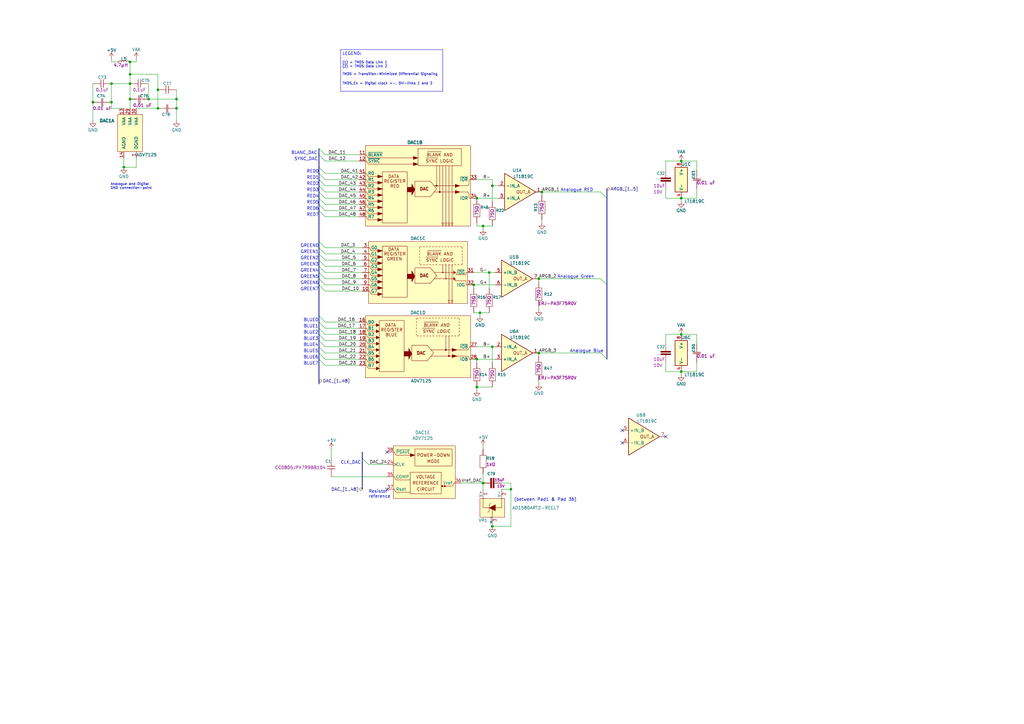
<source format=kicad_sch>
(kicad_sch (version 20230121) (generator eeschema)
  (paper "A3")
  (title_block (title "Open SVGA") (rev "0.14") (comment 1 "Copyright DoomN00b"))
  (junction (at 60.96 40.64))
  (junction (at 279.4 152.4))
  (junction (at 279.4 66.04))
  (junction (at 53.34 25.4))
  (junction (at 53.34 40.64))
  (junction (at 200.66 111.76))
  (junction (at 53.34 34.29))
  (junction (at 194.31 116.84))
  (junction (at 72.39 44.45))
  (junction (at 201.93 76.2))
  (junction (at 196.85 128.27))
  (junction (at 45.72 34.29))
  (junction (at 209.55 200.66))
  (junction (at 195.58 81.28))
  (junction (at 201.93 215.9))
  (junction (at 198.12 198.12))
  (junction (at 64.77 44.45))
  (junction (at 64.77 36.83))
  (junction (at 279.4 81.28))
  (junction (at 201.93 142.24))
  (junction (at 50.8 68.58))
  (junction (at 279.4 137.16))
  (junction (at 195.58 147.32))
  (junction (at 53.34 30.48))
  (junction (at 198.12 92.71))
  (junction (at 220.98 144.78))
  (junction (at 45.72 41.91))
  (junction (at 222.25 78.74))
  (junction (at 72.39 40.64))
  (junction (at 38.1 41.91))
  (junction (at 220.98 114.3))
  (junction (at 195.58 158.75))
  (no_connect (at 158.75 185.42))
  (no_connect (at 158.75 200.66))
  (no_connect (at 255.27 176.53))
  (no_connect (at 273.05 179.07))
  (no_connect (at 255.27 181.61))
  (bus_entry (at 133.35 132.08) (size -2.54 -2.54))
  (bus_entry (at 133.35 83.82) (size -2.54 -2.54))
  (bus_entry (at 246.38 144.78) (size 2.54 2.54))
  (bus_entry (at 133.35 111.76) (size -2.54 -2.54))
  (bus_entry (at 133.35 116.84) (size -2.54 -2.54))
  (bus_entry (at 133.35 134.62) (size -2.54 -2.54))
  (bus_entry (at 133.35 101.6) (size -2.54 -2.54))
  (bus_entry (at 133.35 104.14) (size -2.54 -2.54))
  (bus_entry (at 148.59 187.96) (size 2.54 2.54))
  (bus_entry (at 133.35 142.24) (size -2.54 -2.54))
  (bus_entry (at 246.38 78.74) (size 2.54 2.54))
  (bus_entry (at 133.35 119.38) (size -2.54 -2.54))
  (bus_entry (at 133.35 81.28) (size -2.54 -2.54))
  (bus_entry (at 133.35 86.36) (size -2.54 -2.54))
  (bus_entry (at 133.35 73.66) (size -2.54 -2.54))
  (bus_entry (at 246.38 114.3) (size 2.54 2.54))
  (bus_entry (at 133.35 144.78) (size -2.54 -2.54))
  (bus_entry (at 133.35 139.7) (size -2.54 -2.54))
  (bus_entry (at 133.35 147.32) (size -2.54 -2.54))
  (bus_entry (at 133.35 106.68) (size -2.54 -2.54))
  (bus_entry (at 133.35 88.9) (size -2.54 -2.54))
  (bus_entry (at 133.35 137.16) (size -2.54 -2.54))
  (bus_entry (at 133.35 114.3) (size -2.54 -2.54))
  (bus_entry (at 133.35 63.5) (size -2.54 -2.54))
  (bus_entry (at 133.35 71.12) (size -2.54 -2.54))
  (bus_entry (at 133.35 76.2) (size -2.54 -2.54))
  (bus_entry (at 133.35 149.86) (size -2.54 -2.54))
  (bus_entry (at 133.35 78.74) (size -2.54 -2.54))
  (bus_entry (at 133.35 109.22) (size -2.54 -2.54))
  (bus_entry (at 133.35 66.04) (size -2.54 -2.54))
  (bus (pts (xy 130.81 111.76) (xy 130.81 114.3)))
  (wire (pts (xy 53.34 30.48) (xy 53.34 34.29)))
  (wire (pts (xy 45.72 41.91) (xy 45.72 44.45)))
  (wire (pts (xy 147.32 73.66) (xy 133.35 73.66)))
  (wire (pts (xy 72.39 44.45) (xy 72.39 49.53)))
  (wire (pts (xy 273.05 152.4) (xy 279.4 152.4)))
  (wire (pts (xy 60.96 40.64) (xy 72.39 40.64)))
  (wire (pts (xy 195.58 73.66) (xy 201.93 73.66)))
  (wire (pts (xy 55.88 24.13) (xy 55.88 25.4)))
  (polyline (pts (xy 139.7 20.32) (xy 181.61 20.32)))
  (wire (pts (xy 147.32 139.7) (xy 133.35 139.7)))
  (wire (pts (xy 133.35 116.84) (xy 148.59 116.84)))
  (wire (pts (xy 133.35 104.14) (xy 148.59 104.14)))
  (wire (pts (xy 195.58 148.59) (xy 195.58 147.32)))
  (wire (pts (xy 45.72 34.29) (xy 53.34 34.29)))
  (wire (pts (xy 147.32 137.16) (xy 133.35 137.16)))
  (wire (pts (xy 220.98 157.48) (xy 220.98 156.21)))
  (wire (pts (xy 45.72 34.29) (xy 45.72 41.91)))
  (wire (pts (xy 50.8 64.77) (xy 50.8 68.58)))
  (wire (pts (xy 285.75 66.04) (xy 279.4 66.04)))
  (wire (pts (xy 72.39 36.83) (xy 72.39 40.64)))
  (bus (pts (xy 130.81 129.54) (xy 130.81 132.08)))
  (bus (pts (xy 130.81 101.6) (xy 130.81 104.14)))
  (wire (pts (xy 273.05 148.59) (xy 273.05 152.4)))
  (wire (pts (xy 273.05 140.97) (xy 273.05 137.16)))
  (wire (pts (xy 195.58 142.24) (xy 201.93 142.24)))
  (polyline (pts (xy 139.7 20.32) (xy 139.7 37.465)))
  (wire (pts (xy 53.34 30.48) (xy 64.77 30.48)))
  (wire (pts (xy 200.66 111.76) (xy 203.2 111.76)))
  (wire (pts (xy 205.74 198.12) (xy 209.55 198.12)))
  (wire (pts (xy 198.12 92.71) (xy 201.93 92.71)))
  (wire (pts (xy 195.58 81.28) (xy 204.47 81.28)))
  (wire (pts (xy 45.72 44.45) (xy 50.8 44.45)))
  (wire (pts (xy 195.58 158.75) (xy 201.93 158.75)))
  (wire (pts (xy 53.34 40.64) (xy 53.34 44.45)))
  (bus (pts (xy 130.81 71.12) (xy 130.81 73.66)))
  (wire (pts (xy 147.32 71.12) (xy 133.35 71.12)))
  (wire (pts (xy 147.32 132.08) (xy 133.35 132.08)))
  (bus (pts (xy 130.81 76.2) (xy 130.81 78.74)))
  (wire (pts (xy 147.32 88.9) (xy 133.35 88.9)))
  (bus (pts (xy 130.81 81.28) (xy 130.81 83.82)))
  (wire (pts (xy 285.75 77.47) (xy 285.75 81.28)))
  (wire (pts (xy 222.25 91.44) (xy 222.25 90.17)))
  (bus (pts (xy 148.59 187.96) (xy 148.59 200.66)))
  (wire (pts (xy 201.93 215.9) (xy 209.55 215.9)))
  (wire (pts (xy 220.98 127) (xy 220.98 125.73)))
  (wire (pts (xy 147.32 147.32) (xy 133.35 147.32)))
  (wire (pts (xy 133.35 66.04) (xy 147.32 66.04)))
  (bus (pts (xy 130.81 114.3) (xy 130.81 116.84)))
  (wire (pts (xy 285.75 81.28) (xy 279.4 81.28)))
  (wire (pts (xy 209.55 200.66) (xy 205.74 200.66)))
  (wire (pts (xy 273.05 77.47) (xy 273.05 81.28)))
  (wire (pts (xy 285.75 137.16) (xy 279.4 137.16)))
  (wire (pts (xy 53.34 34.29) (xy 53.34 40.64)))
  (wire (pts (xy 279.4 153.67) (xy 279.4 152.4)))
  (wire (pts (xy 133.35 119.38) (xy 148.59 119.38)))
  (bus (pts (xy 130.81 147.32) (xy 130.81 157.48)))
  (wire (pts (xy 196.85 129.54) (xy 196.85 128.27)))
  (wire (pts (xy 147.32 134.62) (xy 133.35 134.62)))
  (wire (pts (xy 53.34 25.4) (xy 53.34 30.48)))
  (bus (pts (xy 130.81 106.68) (xy 130.81 109.22)))
  (wire (pts (xy 147.32 81.28) (xy 133.35 81.28)))
  (wire (pts (xy 60.96 34.29) (xy 60.96 40.64)))
  (wire (pts (xy 195.58 91.44) (xy 195.58 92.71)))
  (wire (pts (xy 198.12 194.31) (xy 198.12 198.12)))
  (bus (pts (xy 130.81 142.24) (xy 130.81 144.78)))
  (bus (pts (xy 130.81 137.16) (xy 130.81 139.7)))
  (wire (pts (xy 246.38 78.74) (xy 222.25 78.74)))
  (wire (pts (xy 195.58 147.32) (xy 203.2 147.32)))
  (wire (pts (xy 285.75 152.4) (xy 279.4 152.4)))
  (wire (pts (xy 201.93 142.24) (xy 203.2 142.24)))
  (wire (pts (xy 195.58 160.02) (xy 195.58 158.75)))
  (wire (pts (xy 194.31 118.11) (xy 194.31 116.84)))
  (wire (pts (xy 198.12 93.98) (xy 198.12 92.71)))
  (wire (pts (xy 147.32 149.86) (xy 133.35 149.86)))
  (wire (pts (xy 209.55 215.9) (xy 209.55 200.66)))
  (wire (pts (xy 198.12 182.88) (xy 198.12 184.15)))
  (wire (pts (xy 133.35 111.76) (xy 148.59 111.76)))
  (wire (pts (xy 189.23 198.12) (xy 198.12 198.12)))
  (bus (pts (xy 130.81 73.66) (xy 130.81 76.2)))
  (wire (pts (xy 135.89 187.96) (xy 135.89 184.15)))
  (wire (pts (xy 151.13 190.5) (xy 158.75 190.5)))
  (wire (pts (xy 209.55 200.66) (xy 209.55 198.12)))
  (bus (pts (xy 130.81 78.74) (xy 130.81 81.28)))
  (wire (pts (xy 133.35 63.5) (xy 147.32 63.5)))
  (wire (pts (xy 147.32 86.36) (xy 133.35 86.36)))
  (wire (pts (xy 220.98 146.05) (xy 220.98 144.78)))
  (bus (pts (xy 130.81 86.36) (xy 130.81 99.06)))
  (wire (pts (xy 45.72 24.13) (xy 45.72 25.4)))
  (wire (pts (xy 135.89 195.58) (xy 158.75 195.58)))
  (wire (pts (xy 198.12 92.71) (xy 195.58 92.71)))
  (wire (pts (xy 273.05 69.85) (xy 273.05 66.04)))
  (wire (pts (xy 285.75 148.59) (xy 285.75 152.4)))
  (bus (pts (xy 130.81 116.84) (xy 130.81 129.54)))
  (wire (pts (xy 285.75 69.85) (xy 285.75 66.04)))
  (wire (pts (xy 64.77 30.48) (xy 64.77 36.83)))
  (wire (pts (xy 273.05 66.04) (xy 279.4 66.04)))
  (wire (pts (xy 273.05 137.16) (xy 279.4 137.16)))
  (bus (pts (xy 130.81 99.06) (xy 130.81 101.6)))
  (wire (pts (xy 220.98 115.57) (xy 220.98 114.3)))
  (wire (pts (xy 147.32 142.24) (xy 133.35 142.24)))
  (bus (pts (xy 130.81 60.96) (xy 130.81 63.5)))
  (wire (pts (xy 201.93 215.9) (xy 201.93 214.63)))
  (wire (pts (xy 147.32 83.82) (xy 133.35 83.82)))
  (bus (pts (xy 148.59 185.42) (xy 148.59 187.96)))
  (wire (pts (xy 55.88 44.45) (xy 64.77 44.45)))
  (bus (pts (xy 130.81 104.14) (xy 130.81 106.68)))
  (bus (pts (xy 130.81 144.78) (xy 130.81 147.32)))
  (wire (pts (xy 220.98 114.3) (xy 246.38 114.3)))
  (wire (pts (xy 201.93 76.2) (xy 204.47 76.2)))
  (wire (pts (xy 200.66 111.76) (xy 200.66 118.11)))
  (wire (pts (xy 64.77 36.83) (xy 64.77 44.45)))
  (polyline (pts (xy 139.7 37.465) (xy 181.61 37.465)))
  (wire (pts (xy 194.31 116.84) (xy 203.2 116.84)))
  (wire (pts (xy 285.75 140.97) (xy 285.75 137.16)))
  (wire (pts (xy 45.72 25.4) (xy 48.26 25.4)))
  (wire (pts (xy 198.12 200.66) (xy 198.12 198.12)))
  (wire (pts (xy 133.35 106.68) (xy 148.59 106.68)))
  (bus (pts (xy 130.81 63.5) (xy 130.81 68.58)))
  (wire (pts (xy 72.39 40.64) (xy 72.39 44.45)))
  (bus (pts (xy 130.81 68.58) (xy 130.81 71.12)))
  (wire (pts (xy 201.93 76.2) (xy 201.93 82.55)))
  (wire (pts (xy 147.32 78.74) (xy 133.35 78.74)))
  (polyline (pts (xy 181.61 20.32) (xy 181.61 37.465)))
  (bus (pts (xy 248.92 116.84) (xy 248.92 147.32)))
  (wire (pts (xy 196.85 128.27) (xy 200.66 128.27)))
  (bus (pts (xy 130.81 139.7) (xy 130.81 142.24)))
  (wire (pts (xy 201.93 142.24) (xy 201.93 148.59)))
  (wire (pts (xy 194.31 111.76) (xy 200.66 111.76)))
  (wire (pts (xy 201.93 73.66) (xy 201.93 76.2)))
  (wire (pts (xy 196.85 128.27) (xy 194.31 128.27)))
  (bus (pts (xy 248.92 77.47) (xy 248.92 81.28)))
  (wire (pts (xy 220.98 144.78) (xy 246.38 144.78)))
  (bus (pts (xy 130.81 83.82) (xy 130.81 86.36)))
  (wire (pts (xy 279.4 82.55) (xy 279.4 81.28)))
  (bus (pts (xy 130.81 109.22) (xy 130.81 111.76)))
  (bus (pts (xy 130.81 134.62) (xy 130.81 137.16)))
  (wire (pts (xy 38.1 34.29) (xy 38.1 41.91)))
  (wire (pts (xy 222.25 80.01) (xy 222.25 78.74)))
  (bus (pts (xy 248.92 81.28) (xy 248.92 116.84)))
  (bus (pts (xy 130.81 132.08) (xy 130.81 134.62)))
  (wire (pts (xy 133.35 114.3) (xy 148.59 114.3)))
  (wire (pts (xy 50.8 68.58) (xy 55.88 68.58)))
  (wire (pts (xy 273.05 81.28) (xy 279.4 81.28)))
  (wire (pts (xy 147.32 76.2) (xy 133.35 76.2)))
  (wire (pts (xy 53.34 25.4) (xy 55.88 25.4)))
  (wire (pts (xy 55.88 64.77) (xy 55.88 68.58)))
  (wire (pts (xy 133.35 109.22) (xy 148.59 109.22)))
  (wire (pts (xy 38.1 41.91) (xy 38.1 49.53)))
  (wire (pts (xy 133.35 101.6) (xy 148.59 101.6)))
  (wire (pts (xy 147.32 144.78) (xy 133.35 144.78)))
  (text "RED7" (at 125.73 88.9 0) (effects (font (size 1.27 1.27)) (justify left bottom)))
  (text "RED3" (at 125.73 78.74 0) (effects (font (size 1.27 1.27)) (justify left bottom)))
  (text "GREEN7" (at 123.19 119.38 0) (effects (font (size 1.27 1.27)) (justify left bottom)))
  (text "(between Pad1 & Pad 36)" (at 210.82 205.74 0) (effects (font (size 1.27 1.27)) (justify left bottom)))
  (text "GREEN5" (at 123.19 114.3 0) (effects (font (size 1.27 1.27)) (justify left bottom)))
  (text "BLUE1" (at 124.46 134.62 0) (effects (font (size 1.27 1.27)) (justify left bottom)))
  (text "BLUE3" (at 124.46 139.7 0) (effects (font (size 1.27 1.27)) (justify left bottom)))
  (text "Resistor\nreference" (at 151.13 204.47 0) (effects (font (size 1.27 1.27)) (justify left bottom)))
  (text "BLUE6" (at 124.46 147.32 0) (effects (font (size 1.27 1.27)) (justify left bottom)))
  (text "BLUE7" (at 124.46 149.86 0) (effects (font (size 1.27 1.27)) (justify left bottom)))
  (text "Analogue and Digital \nGND connection-point" (at 45.3136 77.8002 0) (effects (font (size 0.9906 0.9906)) (justify left bottom)))
  (text "Analogue RED" (at 229.87 78.74 0) (effects (font (size 1.27 1.27)) (justify left bottom)))
  (text "BLUE4" (at 124.46 142.24 0) (effects (font (size 1.27 1.27)) (justify left bottom)))
  (text "GREEN4" (at 123.19 111.76 0) (effects (font (size 1.27 1.27)) (justify left bottom)))
  (text "BLUE2" (at 124.46 137.16 0) (effects (font (size 1.27 1.27)) (justify left bottom)))
  (text "BLUE5" (at 124.46 144.78 0) (effects (font (size 1.27 1.27)) (justify left bottom)))
  (text "BLANC_DAC" (at 119.38 63.5 0) (effects (font (size 1.27 1.27)) (justify left bottom)))
  (text "Analogue Blue" (at 233.68 144.78 0) (effects (font (size 1.27 1.27)) (justify left bottom)))
  (text "CLK_DAC" (at 139.7 190.5 0) (effects (font (size 1.27 1.27)) (justify left bottom)))
  (text "GREEN3\n" (at 123.19 109.22 0) (effects (font (size 1.27 1.27)) (justify left bottom)))
  (text "GREEN2" (at 123.19 106.68 0) (effects (font (size 1.27 1.27)) (justify left bottom)))
  (text "RED5" (at 125.73 83.82 0) (effects (font (size 1.27 1.27)) (justify left bottom)))
  (text "RED4" (at 125.73 81.28 0) (effects (font (size 1.27 1.27)) (justify left bottom)))
  (text "GREEN0" (at 123.19 101.6 0) (effects (font (size 1.27 1.27)) (justify left bottom)))
  (text "Analogue Green" (at 228.6 114.3 0) (effects (font (size 1.27 1.27)) (justify left bottom)))
  (text "GREEN1" (at 123.19 104.14 0) (effects (font (size 1.27 1.27)) (justify left bottom)))
  (text "RED6" (at 125.73 86.36 0) (effects (font (size 1.27 1.27)) (justify left bottom)))
  (text "GREEN6" (at 123.19 116.84 0) (effects (font (size 1.27 1.27)) (justify left bottom)))
  (text "(1) = TMDS Data Link 1\n(2) = TMDS Data Link 2\n\nTMDS = Transition-Minimized Differential Signaling\n" (at 140.335 31.115 0) (effects (font (size 0.9906 0.9906)) (justify left bottom)))
  (text "SYNC_DAC" (at 120.65 66.04 0) (effects (font (size 1.27 1.27)) (justify left bottom)))
  (text "RED0" (at 125.73 71.12 0) (effects (font (size 1.27 1.27)) (justify left bottom)))
  (text "RED1" (at 125.73 73.66 0) (effects (font (size 1.27 1.27)) (justify left bottom)))
  (text "LEGEND:" (at 140.335 22.86 0) (effects (font (size 1.27 1.27)) (justify left bottom)))
  (text "TMDS_Ck = Digital clock +-, DVI-links 1 and 2" (at 140.335 34.925 0) (effects (font (size 0.9906 0.9906)) (justify left bottom)))
  (text "RED2" (at 125.73 76.2 0) (effects (font (size 1.27 1.27)) (justify left bottom)))
  (text "BLUE0" (at 124.46 132.08 0) (effects (font (size 1.27 1.27)) (justify left bottom)))
  (label "DAC_7" (at 146.05 111.76 180))
  (label "DAC_18" (at 146.05 137.16 180))
  (label "DAC_10" (at 147.32 119.38 180))
  (label "R+" (at 198.12 81.28 0))
  (label "DAC_4" (at 139.7 104.14 0))
  (label "DAC_12" (at 134.62 66.04 0))
  (label "DAC_9" (at 146.05 116.84 180))
  (label "DAC_5" (at 146.05 106.68 180))
  (label "DAC_23" (at 146.05 149.86 180))
  (label "DAC_16" (at 138.43 132.08 0))
  (label "DAC_3" (at 139.7 101.6 0))
  (label "DAC_41" (at 139.7 71.12 0))
  (label "Vref_DAC" (at 189.23 198.12 0))
  (label "DAC_8" (at 146.05 114.3 180))
  (label "DAC_43" (at 146.05 76.2 180))
  (label "DAC_19" (at 146.05 139.7 180))
  (label "B+" (at 198.12 147.32 0))
  (label "R-" (at 198.12 73.66 0))
  (label "DAC_17" (at 138.43 134.62 0))
  (label "DAC_22" (at 146.05 147.32 180))
  (label "G+" (at 196.85 116.84 0))
  (label "ARGB_2" (at 220.98 114.3 0))
  (label "DAC_6" (at 146.05 109.22 180))
  (label "DAC_45" (at 146.05 81.28 180))
  (label "DAC_24" (at 158.75 190.5 180))
  (label "G-" (at 196.85 111.76 0))
  (label "ARGB_3" (at 220.98 144.78 0))
  (label "DAC_20" (at 146.05 142.24 180))
  (label "DAC_48" (at 146.05 88.9 180))
  (label "DAC_21" (at 146.05 144.78 180))
  (label "DAC_11" (at 134.62 63.5 0))
  (label "ARGB_1" (at 222.25 78.74 0))
  (label "B-" (at 198.12 142.24 0))
  (label "DAC_47" (at 146.05 86.36 180))
  (label "DAC_46" (at 146.05 83.82 180))
  (label "DAC_42" (at 139.7 73.66 0))
  (label "DAC_44" (at 146.05 78.74 180))
  (hierarchical_label "DAC_[1..48]" (shape bidirectional) (at 130.81 156.21 0))
  (hierarchical_label "ARGB_[1..5]" (shape bidirectional) (at 248.92 77.47 0))
  (hierarchical_label "DAC_[1..48]" (shape bidirectional) (at 148.59 200.66 180))
  (symbol (lib_id "LRJ-parts:ADV7125") (at 53.34 54.61 0) (unit 1)
    (property "Reference" "DAC1" (at 40.64 49.53 0) (effects (font bold) (justify left)))
    (property "Value" "ADV7125" (at 55.88 63.5 0) (effects (justify left)))
    (property "Footprint" "Package_QFP:LQFP-48_7x7mm_P0.5mm" (effects hide))
    (property "Datasheet" "https://www.analog.com/media/en/technical-documentation/data-sheets/ADV7125.pdf" (effects hide))
    (property "Manufacturer" "Analog Devices Inc." (effects hide))
    (property "MPN" "ADV7125KSTZ50" (effects hide))
    (property "Operating Temperature" "-40°C ~ 85°C" (effects hide))
    (property "Description" "8 Bit DAC, 3-ch, 48-LQFP" (effects hide))
    (property "Voltage rating" "7V" (effects hide))
    (property "Current rating" "0.072A" (effects hide))
  )
  (symbol (lib_id "LRJ-parts:ADV7125") (at 173.99 193.04 0) (unit 5)
    (property "Reference" "DAC1" (at 173.355 177.419 0))
    (property "Value" "ADV7125" (at 173.355 179.7304 0))
    (property "Footprint" "Package_QFP:LQFP-48_7x7mm_P0.5mm" (effects hide))
    (property "Datasheet" "https://www.analog.com/media/en/technical-documentation/data-sheets/ADV7125.pdf" (effects hide))
    (property "Manufacturer" "Analog Devices Inc." (effects hide))
    (property "MPN" "ADV7125KSTZ50" (effects hide))
    (property "Operating Temperature" "-40°C ~ 85°C" (effects hide))
    (property "Description" "8 Bit DAC, 3-ch, 48-LQFP" (effects hide))
    (property "Voltage rating" "7V" (effects hide))
    (property "Current rating" "0.072A" (effects hide))
  )
  (symbol (lib_id "LRJ-parts:ADV7125") (at 170.18 76.2 0) (unit 2)
    (property "Reference" "DAC1" (at 170.18 58.42 0) (effects (font bold)))
    (property "Value" "ADV7125" (effects hide))
    (property "Footprint" "Package_QFP:LQFP-48_7x7mm_P0.5mm" (effects hide))
    (property "Datasheet" "https://www.analog.com/media/en/technical-documentation/data-sheets/ADV7125.pdf" (effects hide))
    (property "Manufacturer" "Analog Devices Inc." (effects hide))
    (property "MPN" "ADV7125KSTZ50" (effects hide))
    (property "Operating Temperature" "-40°C ~ 85°C" (effects hide))
    (property "Description" "8 Bit DAC, 3-ch, 48-LQFP" (effects hide))
    (property "Voltage rating" "7V" (effects hide))
    (property "Current rating" "0.072A" (effects hide))
  )
  (symbol (lib_id "LRJ-parts:ADV7125") (at 171.45 109.22 0) (unit 3)
    (property "Reference" "DAC1" (at 171.45 97.79 0))
    (property "Value" "ADV7125" (effects hide))
    (property "Footprint" "Package_QFP:LQFP-48_7x7mm_P0.5mm" (effects hide))
    (property "Datasheet" "https://www.analog.com/media/en/technical-documentation/data-sheets/ADV7125.pdf" (effects hide))
    (property "Manufacturer" "Analog Devices Inc." (effects hide))
    (property "MPN" "ADV7125KSTZ50" (effects hide))
    (property "Operating Temperature" "-40°C ~ 85°C" (effects hide))
    (property "Description" "8 Bit DAC, 3-ch, 48-LQFP" (effects hide))
    (property "Voltage rating" "7V" (effects hide))
    (property "Current rating" "0.072A" (effects hide))
  )
  (symbol (lib_id "LRJ-parts:ADV7125") (at 170.18 142.24 0) (unit 4)
    (property "Reference" "DAC1" (at 171.45 128.27 0))
    (property "Value" "ADV7125" (at 172.72 156.21 0))
    (property "Footprint" "Package_QFP:LQFP-48_7x7mm_P0.5mm" (effects hide))
    (property "Datasheet" "https://www.analog.com/media/en/technical-documentation/data-sheets/ADV7125.pdf" (effects hide))
    (property "Manufacturer" "Analog Devices Inc." (effects hide))
    (property "MPN" "ADV7125KSTZ50" (effects hide))
    (property "Operating Temperature" "-40°C ~ 85°C" (effects hide))
    (property "Description" "8 Bit DAC, 3-ch, 48-LQFP" (effects hide))
    (property "Voltage rating" "7V" (effects hide))
    (property "Current rating" "0.072A" (effects hide))
  )
  (symbol (lib_id "power:+5V") (at 198.12 182.88 0) (unit 1)
    (property "Reference" "#PWR067" (effects hide))
    (property "Value" "+5V" (at 198.12 179.324 0))
  )
  (symbol (lib_id "power:+5V") (at 135.89 184.15 0) (unit 1)
    (property "Reference" "#PWR062" (effects hide))
    (property "Value" "+5V" (at 135.89 180.594 0))
  )
  (symbol (lib_id "power:GND") (at 201.93 215.9 0) (unit 1)
    (property "Reference" "#PWR070" (effects hide))
    (property "Value" "GND" (at 201.93 219.71 0))
  )
  (symbol (lib_id "LRJ-parts:AD1580ARTZ-REEL7") (at 201.93 208.28 90) (mirror x) (unit 1)
    (property "Reference" "VR1" (at 198.12 213.36 90))
    (property "Value" "AD1580ARTZ-REEL7" (at 219.71 208.28 90))
    (property "Footprint" "Package_TO_SOT_SMD:SOT-23-3" (effects hide))
    (property "Datasheet" "https://www.analog.com/media/en/technical-documentation/data-sheets/AD1580.pdf" (effects hide))
    (property "Digi-Key_PN" "AD1580ARTZ-REEL7TR-ND " (effects hide))
    (property "MPN" "AD1580ARTZ-REEL7" (effects hide))
    (property "Category" "Integrated Circuits (ICs)" (effects hide))
    (property "Family" "PMIC - Voltage Reference" (effects hide))
    (property "Mouser Datasheet" "https://www.mouser.se/datasheet/2/609/AD1580-1501664.pdf" (effects hide))
    (property "Detail_Page" "https://www.analog.com/en/products/ad1580.html#product-overview" (effects hide))
    (property "Description" "IC VREF SHUNT 1.225V SOT23-3" (effects hide))
    (property "Manufacturer" "Analog Devices Inc." (effects hide))
    (property "Status" "Active" (effects hide))
    (property "Mouser No:" "584-AD1580ARTZ-R7 " (effects hide))
  )
  (symbol (lib_id "LRJ-parts:R_ERJ-PA3F75R0V") (at 195.58 153.67 90) (unit 1)
    (property "Reference" "R14" (at 198.12 153.67 90) (effects (font (size 1.143 1.143))))
    (property "Value" "R_ERJ-PA3F75R0V" (effects hide))
    (property "Footprint" "LRJ:R_0603_1608Metric_roundcourt" (effects hide))
    (property "Datasheet" "https://industrial.panasonic.com/cdbs/www-data/pdf/RDO0000/AOA0000C331.pdf" (effects hide))
    (property "Value" "R_ERJ-PA3F75R0V" (effects hide))
    (property "Manufacturer" "Panasonic Electronic Components" (effects hide))
    (property "MPN" "ERJ-PA3F75R0V" (effects hide))
    (property "Resistance" "75Ω" (at 195.58 153.67 0))
    (property "Voltage rating" "49V" (effects hide))
    (property "Operating Temperature " " -55°C to +155°C" (effects hide))
    (property "Status" "Active" (effects hide))
    (property "Mounting type" "SMD" (effects hide))
    (property "Temperature coeffecient" "±100ppm/°C" (effects hide))
    (property "Current rating" "n/a" (effects hide))
  )
  (symbol (lib_id "power:GND") (at 195.58 160.02 0) (unit 1)
    (property "Reference" "#PWR061" (effects hide))
    (property "Value" "GND" (at 195.58 163.83 0))
  )
  (symbol (lib_id "power:GND") (at 50.8 68.58 0) (unit 1)
    (property "Reference" "#PWR066" (effects hide))
    (property "Value" "GND" (at 50.8 72.39 0))
  )
  (symbol (lib_id "power:+5V") (at 45.72 24.13 0) (unit 1)
    (property "Reference" "#PWR065" (effects hide))
    (property "Value" "+5V" (at 45.72 20.574 0))
  )
  (symbol (lib_id "LRJ-parts:C_C2012X7S1A156M125AC") (at 201.93 198.12 90) (unit 1)
    (property "Reference" "C79" (at 203.2 194.31 90) (effects (font (size 1.1 1.1)) (justify left)))
    (property "Value" "C_C2012X7S1A156M125AC" (effects hide))
    (property "Footprint" "Capacitor_SMD:C_0805_2012Metric_Pad1.18x1.45mm_HandSolder" (effects hide))
    (property "Datasheet" "https://product.tdk.com/info/en/catalog/datasheets/mlcc_commercial_general_en.pdf?ref_disty=digikey" (effects hide))
    (property "Manufacturer" "TDK Corporation" (effects hide))
    (property "MPN" "C2012X7S1A156M125AC" (effects hide))
    (property "Capacitance" "15uF" (at 207.01 196.85 90) (effects (font (size 1.0922 1.0922)) (justify left)))
    (property "Voltage rating" "10V" (at 207.01 199.39 90) (effects (font (size 1.0922 1.0922)) (justify left)))
    (property "Tolerance" "±20% " (effects hide))
    (property "Temperature Coefficient " "X7S" (effects hide))
    (property "Operating Temperature" "-55°C to +125°C " (effects hide))
    (property "Status" "Active" (effects hide))
  )
  (symbol (lib_id "LRJ-parts:C_CL21B103KBANNNC") (at 68.58 44.45 90) (unit 1)
    (property "Reference" "C78" (at 69.85 46.99 90) (effects (font (size 1.143 1.143)) (justify left)))
    (property "Value" "C_CL21B103KBANNNC" (effects hide))
    (property "Footprint" "Capacitor_SMD:C_0805_2012Metric" (effects hide))
    (property "Datasheet" "https://www.vishay.com/docs/45199/vjcommercialseries.pdf" (effects hide))
    (property "Manufacturer" "Samsung Electro-Mechanics" (effects hide))
    (property "MPN" "CL21B103KBANNNC" (effects hide))
    (property "Mouser datasheet" "https://www.mouser.se/datasheet/2/427/vjcommercialseries-1764145.pdf" (effects hide))
    (property "Capacitance" "0.01 uF" (effects hide))
    (property "Voltage rating" "50V" (effects hide))
    (property "Temperature Coefficient " "X7R" (effects hide))
    (property "Mounting type" "SMD" (effects hide))
    (property "Status" "Active" (effects hide))
    (property "Price" "€0,08" (effects hide))
  )
  (symbol (lib_id "LRJ-parts:C_CL21B103KBANNNC") (at 41.91 41.91 90) (unit 1)
    (property "Reference" "C74" (at 43.18 39.37 90) (effects (font (size 1.143 1.143)) (justify left)))
    (property "Value" "C_CL21B103KBANNNC" (effects hide))
    (property "Footprint" "Capacitor_SMD:C_0805_2012Metric" (effects hide))
    (property "Datasheet" "https://www.vishay.com/docs/45199/vjcommercialseries.pdf" (effects hide))
    (property "Manufacturer" "Samsung Electro-Mechanics" (effects hide))
    (property "MPN" "CL21B103KBANNNC" (effects hide))
    (property "Mouser datasheet" "https://www.mouser.se/datasheet/2/427/vjcommercialseries-1764145.pdf" (effects hide))
    (property "Capacitance" "0.01 uF" (at 41.91 44.45 90))
    (property "Voltage rating" "50V" (effects hide))
    (property "Temperature Coefficient " "X7R" (effects hide))
    (property "Mounting type" "SMD" (effects hide))
    (property "Status" "Active" (effects hide))
    (property "Price" "€0,08" (effects hide))
  )
  (symbol (lib_id "LRJ-parts:C_CL21B103KBANNNC") (at 57.15 40.64 90) (unit 1)
    (property "Reference" "C76" (at 60.96 39.37 90) (effects (font (size 1.143 1.143)) (justify left)))
    (property "Value" "C_CL21B103KBANNNC" (effects hide))
    (property "Footprint" "Capacitor_SMD:C_0805_2012Metric" (effects hide))
    (property "Datasheet" "https://www.vishay.com/docs/45199/vjcommercialseries.pdf" (effects hide))
    (property "Manufacturer" "Samsung Electro-Mechanics" (effects hide))
    (property "MPN" "CL21B103KBANNNC" (effects hide))
    (property "Mouser datasheet" "https://www.mouser.se/datasheet/2/427/vjcommercialseries-1764145.pdf" (effects hide))
    (property "Capacitance" "0.01 uF" (at 58.42 43.18 90))
    (property "Voltage rating" "50V" (effects hide))
    (property "Temperature Coefficient " "X7R" (effects hide))
    (property "Mounting type" "SMD" (effects hide))
    (property "Status" "Active" (effects hide))
    (property "Price" "€0,08" (effects hide))
  )
  (symbol (lib_id "LRJ-parts:C_CC0805JPX7R9BB104") (at 41.91 34.29 270) (unit 1)
    (property "Reference" "C73" (at 41.91 31.75 90) (effects (font (size 1.143 1.143))))
    (property "Value" "C_CC0805JPX7R9BB104" (effects hide))
    (property "Footprint" "Capacitor_SMD:C_0805_2012Metric" (effects hide))
    (property "Datasheet" "https://www.yageo.com/upload/media/product/productsearch/datasheet/mlcc/UPY-GPHC_X7R_6.3V-to-50V_18.pdf" (effects hide))
    (property "Manufacturer" "Yageo" (effects hide))
    (property "MPN" "CC0805JPX7R9BB104" (effects hide))
    (property "Mouser datasheet" "https://www.mouser.se/datasheet/2/427/vjcommercialseries-1764145.pdf" (effects hide))
    (property "Capacitance" "0.1uF" (at 41.91 36.83 90))
    (property "Voltage rating" "50V" (effects hide))
    (property "Temperature Coefficient " "X7R" (effects hide))
    (property "Mounting type" "SMD" (effects hide))
    (property "Status" "Active" (effects hide))
  )
  (symbol (lib_id "LRJ-parts:C_CC0805JPX7R9BB104") (at 68.58 36.83 270) (unit 1)
    (property "Reference" "C77" (at 68.58 34.29 90) (effects (font (size 1.143 1.143))))
    (property "Value" "C_CC0805JPX7R9BB104" (effects hide))
    (property "Footprint" "Capacitor_SMD:C_0805_2012Metric" (effects hide))
    (property "Datasheet" "https://www.yageo.com/upload/media/product/productsearch/datasheet/mlcc/UPY-GPHC_X7R_6.3V-to-50V_18.pdf" (effects hide))
    (property "Manufacturer" "Yageo" (effects hide))
    (property "MPN" "CC0805JPX7R9BB104" (effects hide))
    (property "Mouser datasheet" "https://www.mouser.se/datasheet/2/427/vjcommercialseries-1764145.pdf" (effects hide))
    (property "Capacitance" "0.1uF" (effects hide))
    (property "Voltage rating" "50V" (effects hide))
    (property "Temperature Coefficient " "X7R" (effects hide))
    (property "Mounting type" "SMD" (effects hide))
    (property "Status" "Active" (effects hide))
  )
  (symbol (lib_id "LRJ-parts:C_CC0805JPX7R9BB104") (at 57.15 34.29 270) (unit 1)
    (property "Reference" "C75" (at 59.69 33.02 90) (effects (font (size 1.143 1.143))))
    (property "Value" "C_CC0805JPX7R9BB104" (effects hide))
    (property "Footprint" "Capacitor_SMD:C_0805_2012Metric" (effects hide))
    (property "Datasheet" "https://www.yageo.com/upload/media/product/productsearch/datasheet/mlcc/UPY-GPHC_X7R_6.3V-to-50V_18.pdf" (effects hide))
    (property "Manufacturer" "Yageo" (effects hide))
    (property "MPN" "CC0805JPX7R9BB104" (effects hide))
    (property "Mouser datasheet" "https://www.mouser.se/datasheet/2/427/vjcommercialseries-1764145.pdf" (effects hide))
    (property "Capacitance" "0.1uF" (at 57.15 36.83 90))
    (property "Voltage rating" "50V" (effects hide))
    (property "Temperature Coefficient " "X7R" (effects hide))
    (property "Mounting type" "SMD" (effects hide))
    (property "Status" "Active" (effects hide))
  )
  (symbol (lib_id "LRJ-parts:C_CC0805JPX7R9BB104") (at 135.89 191.77 0) (unit 1)
    (property "Reference" "C1" (at 134.62 189.23 0) (effects (font (size 1.143 1.143))))
    (property "Value" "C_CC0805JPX7R9BB104" (effects hide))
    (property "Footprint" "Capacitor_SMD:C_0805_2012Metric" (effects hide))
    (property "Datasheet" "https://www.yageo.com/upload/media/product/productsearch/datasheet/mlcc/UPY-GPHC_X7R_6.3V-to-50V_18.pdf" (effects hide))
    (property "Manufacturer" "Yageo" (effects hide))
    (property "MPN" "CC0805JPX7R9BB104" (at 123.19 191.77 0))
    (property "Mouser datasheet" "https://www.mouser.se/datasheet/2/427/vjcommercialseries-1764145.pdf" (effects hide))
    (property "Capacitance" "0.1uF" (effects hide))
    (property "Voltage rating" "50V" (effects hide))
    (property "Temperature Coefficient " "X7R" (effects hide))
    (property "Mounting type" "SMD" (effects hide))
    (property "Status" "Active" (effects hide))
  )
  (symbol (lib_id "LRJ-parts:LT1819C") (at 279.4 73.66 0) (unit 3)
    (property "Reference" "U1" (at 279.4 67.31 0) (effects (justify left)))
    (property "Value" "LT1819C" (at 280.67 82.55 0) (effects (justify left)))
    (property "Footprint" "Package_SO:SO-8_3.9x4.9mm_P1.27mm" (effects hide))
    (property "Datasheet" "https://www.analog.com/media/en/technical-documentation/data-sheets/18189fb.pdf" (effects hide))
    (property "Manufacturer" "Linear Technologies / Analog Devices" (effects hide))
    (property "Voltage rating" "12.6V" (effects hide))
    (property "Current rating" "0.07A" (effects hide))
    (property "MPN" "LT1819CS8#PBF" (effects hide))
  )
  (symbol (lib_id "LRJ-parts:R_ERJ-PA3F75R0V") (at 220.98 120.65 90) (unit 1)
    (property "Reference" "R12" (at 224.79 120.65 90) (effects (font (size 1.143 1.143))))
    (property "Value" "R_ERJ-PA3F75R0V" (effects hide))
    (property "Footprint" "LRJ:R_0603_1608Metric_roundcourt" (effects hide))
    (property "Datasheet" "https://industrial.panasonic.com/cdbs/www-data/pdf/RDO0000/AOA0000C331.pdf" (effects hide))
    (property "Value" "R_ERJ-PA3F75R0V" (effects hide))
    (property "Manufacturer" "Panasonic Electronic Components" (effects hide))
    (property "MPN" "ERJ-PA3F75R0V" (at 228.6 124.46 90))
    (property "Resistance" "75Ω" (at 220.98 120.65 0))
    (property "Voltage rating" "49V" (effects hide))
    (property "Operating Temperature " " -55°C to +155°C" (effects hide))
    (property "Status" "Active" (effects hide))
    (property "Mounting type" "SMD" (effects hide))
    (property "Temperature coeffecient" "±100ppm/°C" (effects hide))
    (property "Current rating" "n/a" (effects hide))
  )
  (symbol (lib_id "LRJ-parts:R_ERJ-P06F1001V") (at 198.12 189.23 90) (unit 1)
    (property "Reference" "R18" (at 199.39 187.96 90) (effects (font (size 1.143 1.143)) (justify right)))
    (property "Value" "R_ERJ-P06F1001V" (effects hide))
    (property "Footprint" "Resistor_SMD:R_0805_2012Metric_Pad1.20x1.40mm_HandSolder" (effects hide))
    (property "Datasheet" "https://industrial.panasonic.com/cdbs/www-data/pdf/RDO0000/AOA0000C331.pdf" (effects hide))
    (property "Manufacturer" "Panasonic Electronic Components" (effects hide))
    (property "MPN" "ERJ-P06F1001V" (effects hide))
    (property "Resistance" "1kΩ" (at 199.39 190.5 90) (effects (justify right)))
    (property "Voltage rating" "22V" (effects hide))
    (property "Operating Temperature " " -55°C to +155°C" (effects hide))
    (property "Status" "Active" (effects hide))
    (property "Price" "€0,15" (effects hide))
    (property "Mounting type" "SMD" (effects hide))
  )
  (symbol (lib_id "LRJ-parts:C_CL21B103KBANNNC") (at 285.75 73.66 180) (unit 1)
    (property "Reference" "C83" (at 284.48 69.85 90) (effects (font (size 1.143 1.143)) (justify left)))
    (property "Value" "C_CL21B103KBANNNC" (effects hide))
    (property "Footprint" "Capacitor_SMD:C_0805_2012Metric" (effects hide))
    (property "Datasheet" "https://www.vishay.com/docs/45199/vjcommercialseries.pdf" (effects hide))
    (property "Manufacturer" "Samsung Electro-Mechanics" (effects hide))
    (property "MPN" "CL21B103KBANNNC" (effects hide))
    (property "Mouser datasheet" "https://www.mouser.se/datasheet/2/427/vjcommercialseries-1764145.pdf" (effects hide))
    (property "Capacitance" "0.01 uF" (at 289.56 74.93 0))
    (property "Voltage rating" "50V" (effects hide))
    (property "Temperature Coefficient " "X7R" (effects hide))
    (property "Mounting type" "SMD" (effects hide))
    (property "Status" "Active" (effects hide))
    (property "Price" "€0,08" (effects hide))
  )
  (symbol (lib_id "LRJ-parts:C_GRM21BR71A106KA73K") (at 273.05 73.66 0) (unit 1)
    (property "Reference" "C32" (at 269.24 71.12 0) (effects (font (size 1.143 1.143)) (justify left)))
    (property "Value" "C_GRM21BR71A106KA73K" (effects hide))
    (property "Footprint" "Capacitor_SMD:C_0805_2012Metric_Pad1.18x1.45mm_HandSolder" (effects hide))
    (property "Datasheet" "https://search.murata.co.jp/Ceramy/image/img/A01X/G101/ENG/GRM21BR71A106KA73-01.pdf" (effects hide))
    (property "Capacitance" "10uF" (at 267.97 76.2 0) (effects (justify left)))
    (property "Voltage rating" "10V" (at 267.97 78.74 0) (effects (justify left)))
    (property "Manufacturer" "Murata Electronics" (effects hide))
    (property "MPN" "GRM21BR71A106KA73K" (effects hide))
    (property "Tolerance" "±10%" (effects hide))
    (property " Temperature Coefficient " "X7R" (effects hide))
    (instances (project "svga-devboard" (path "" (reference "C32") (unit 1)) (path "" (reference "C82") (unit 1))))
  )
  (symbol (lib_id "power:VAA") (at 55.88 24.13 0) (unit 1)
    (property "Reference" "#PWR015" (effects hide))
    (property "Value" "VAA" (at 55.88 20.32 0))
  )
  (symbol (lib_id "LRJ-parts:R_ERJ-PA3F75R0V") (at 222.25 85.09 90) (unit 1)
    (property "Reference" "R13" (at 219.71 85.09 0) (effects (font (size 1.143 1.143))))
    (property "Value" "R_ERJ-PA3F75R0V" (effects hide))
    (property "Footprint" "LRJ:R_0603_1608Metric_roundcourt" (effects hide))
    (property "Datasheet" "https://industrial.panasonic.com/cdbs/www-data/pdf/RDO0000/AOA0000C331.pdf" (effects hide))
    (property "Value" "R_ERJ-PA3F75R0V" (effects hide))
    (property "Manufacturer" "Panasonic Electronic Components" (effects hide))
    (property "MPN" "ERJ-PA3F75R0V" (effects hide))
    (property "Resistance" "75Ω" (at 222.25 85.09 0))
    (property "Voltage rating" "49V" (effects hide))
    (property "Operating Temperature " " -55°C to +155°C" (effects hide))
    (property "Status" "Active" (effects hide))
    (property "Mounting type" "SMD" (effects hide))
    (property "Temperature coeffecient" "±100ppm/°C" (effects hide))
    (property "Current rating" "n/a" (effects hide))
  )
  (symbol (lib_id "LRJ-parts:C_GRM21BR71A106KA73K") (at 273.05 144.78 0) (unit 1)
    (property "Reference" "C32" (at 269.24 142.24 0) (effects (font (size 1.143 1.143)) (justify left)))
    (property "Value" "C_GRM21BR71A106KA73K" (effects hide))
    (property "Footprint" "Capacitor_SMD:C_0805_2012Metric_Pad1.18x1.45mm_HandSolder" (effects hide))
    (property "Datasheet" "https://search.murata.co.jp/Ceramy/image/img/A01X/G101/ENG/GRM21BR71A106KA73-01.pdf" (effects hide))
    (property "Capacitance" "10uF" (at 267.97 147.32 0) (effects (justify left)))
    (property "Voltage rating" "10V" (at 267.97 149.86 0) (effects (justify left)))
    (property "Manufacturer" "Murata Electronics" (effects hide))
    (property "MPN" "GRM21BR71A106KA73K" (effects hide))
    (property "Tolerance" "±10%" (effects hide))
    (property " Temperature Coefficient " "X7R" (effects hide))
    (instances (project "svga-devboard" (path "" (reference "C32") (unit 1)) (path "" (reference "C81") (unit 1))))
  )
  (symbol (lib_id "LRJ-parts:R_ERJ-PA3F75R0V") (at 220.98 151.13 90) (unit 1)
    (property "Reference" "R47" (at 224.79 151.13 90) (effects (font (size 1.143 1.143))))
    (property "Value" "R_ERJ-PA3F75R0V" (effects hide))
    (property "Footprint" "LRJ:R_0603_1608Metric_roundcourt" (effects hide))
    (property "Datasheet" "https://industrial.panasonic.com/cdbs/www-data/pdf/RDO0000/AOA0000C331.pdf" (effects hide))
    (property "Value" "R_ERJ-PA3F75R0V" (effects hide))
    (property "Manufacturer" "Panasonic Electronic Components" (effects hide))
    (property "MPN" "ERJ-PA3F75R0V" (at 228.6 154.94 90))
    (property "Resistance" "75Ω" (at 220.98 151.13 0))
    (property "Voltage rating" "49V" (effects hide))
    (property "Operating Temperature " " -55°C to +155°C" (effects hide))
    (property "Status" "Active" (effects hide))
    (property "Mounting type" "SMD" (effects hide))
    (property "Temperature coeffecient" "±100ppm/°C" (effects hide))
    (property "Current rating" "n/a" (effects hide))
  )
  (symbol (lib_id "power:GND") (at 222.25 91.44 0) (unit 1)
    (property "Reference" "#PWR011" (effects hide))
    (property "Value" "GND" (at 222.25 95.25 0))
  )
  (symbol (lib_id "LRJ-parts:R_ERJ-PA3F75R0V") (at 195.58 86.36 90) (unit 1)
    (property "Reference" "R46" (at 198.755 85.09 90) (effects (font (size 1.143 1.143))))
    (property "Value" "R_ERJ-PA3F75R0V" (effects hide))
    (property "Footprint" "LRJ:R_0603_1608Metric_roundcourt" (effects hide))
    (property "Datasheet" "https://industrial.panasonic.com/cdbs/www-data/pdf/RDO0000/AOA0000C331.pdf" (effects hide))
    (property "Value" "R_ERJ-PA3F75R0V" (effects hide))
    (property "Manufacturer" "Panasonic Electronic Components" (effects hide))
    (property "MPN" "ERJ-PA3F75R0V" (effects hide))
    (property "Resistance" "75Ω" (at 195.58 86.36 0))
    (property "Voltage rating" "49V" (effects hide))
    (property "Operating Temperature " " -55°C to +155°C" (effects hide))
    (property "Status" "Active" (effects hide))
    (property "Mounting type" "SMD" (effects hide))
    (property "Temperature coeffecient" "±100ppm/°C" (effects hide))
    (property "Current rating" "n/a" (effects hide))
  )
  (symbol (lib_id "LRJ-parts:R_ERJ-PA3F75R0V") (at 201.93 87.63 90) (unit 1)
    (property "Reference" "R22" (at 205.105 86.36 90) (effects (font (size 1.143 1.143))))
    (property "Value" "R_ERJ-PA3F75R0V" (effects hide))
    (property "Footprint" "LRJ:R_0603_1608Metric_roundcourt" (effects hide))
    (property "Datasheet" "https://industrial.panasonic.com/cdbs/www-data/pdf/RDO0000/AOA0000C331.pdf" (effects hide))
    (property "Value" "R_ERJ-PA3F75R0V" (effects hide))
    (property "Manufacturer" "Panasonic Electronic Components" (effects hide))
    (property "MPN" "ERJ-PA3F75R0V" (effects hide))
    (property "Resistance" "75Ω" (at 201.93 87.63 0))
    (property "Voltage rating" "49V" (effects hide))
    (property "Operating Temperature " " -55°C to +155°C" (effects hide))
    (property "Status" "Active" (effects hide))
    (property "Mounting type" "SMD" (effects hide))
    (property "Temperature coeffecient" "±100ppm/°C" (effects hide))
    (property "Current rating" "n/a" (effects hide))
  )
  (symbol (lib_id "LRJ-parts:LT1819C") (at 262.89 179.07 0) (unit 2)
    (property "Reference" "U6" (at 262.89 170.18 0))
    (property "Value" "LT1819C" (at 265.43 172.72 0))
    (property "Footprint" "Package_SO:SO-8_3.9x4.9mm_P1.27mm" (effects hide))
    (property "Datasheet" "https://www.analog.com/media/en/technical-documentation/data-sheets/18189fb.pdf" (effects hide))
    (property "Manufacturer" "Linear Technologies / Analog Devices" (effects hide))
    (property "Voltage rating" "12.6V" (effects hide))
    (property "Current rating" "0.07A" (effects hide))
    (property "MPN" "LT1819CS8#PBF" (effects hide))
  )
  (symbol (lib_id "LRJ-parts:R_ERJ-PA3F75R0V") (at 194.31 123.19 90) (unit 1)
    (property "Reference" "R16" (at 197.485 121.92 90) (effects (font (size 1.143 1.143))))
    (property "Value" "R_ERJ-PA3F75R0V" (effects hide))
    (property "Footprint" "LRJ:R_0603_1608Metric_roundcourt" (effects hide))
    (property "Datasheet" "https://industrial.panasonic.com/cdbs/www-data/pdf/RDO0000/AOA0000C331.pdf" (effects hide))
    (property "Value" "R_ERJ-PA3F75R0V" (effects hide))
    (property "Manufacturer" "Panasonic Electronic Components" (effects hide))
    (property "MPN" "ERJ-PA3F75R0V" (effects hide))
    (property "Resistance" "75Ω" (at 194.31 123.19 0))
    (property "Voltage rating" "49V" (effects hide))
    (property "Operating Temperature " " -55°C to +155°C" (effects hide))
    (property "Status" "Active" (effects hide))
    (property "Mounting type" "SMD" (effects hide))
    (property "Temperature coeffecient" "±100ppm/°C" (effects hide))
    (property "Current rating" "n/a" (effects hide))
  )
  (symbol (lib_id "power:GND") (at 279.4 153.67 0) (unit 1)
    (property "Reference" "#PWR035" (effects hide))
    (property "Value" "GND" (at 279.4 157.48 0))
  )
  (symbol (lib_id "LRJ-parts:L_MLZ2012M4R7HT000") (at 50.8 25.4 90) (unit 1)
    (property "Reference" "L5" (at 50.8 24.13 90))
    (property "Value" "L_MLZ2012M4R7HT000" (effects hide))
    (property "Footprint" "Inductor_SMD:L_0805_2012Metric" (effects hide))
    (property "Datasheet" "https://product.tdk.com/en/system/files?file=dam/doc/product/inductor/inductor/smd/catalog/inductor_commercial_decoupling_mlz2012_en.pdf" (effects hide))
    (property "MPN" "MLZ2012M4R7HT000" (effects hide))
    (property "Manufacturer" "TDK Corporation" (effects hide))
    (property "Current Rating" "0.4A" (effects hide))
    (property "Inductance" "4.7µH" (at 49.53 26.67 90))
  )
  (symbol (lib_id "power:GND") (at 220.98 127 0) (unit 1)
    (property "Reference" "#PWR028" (effects hide))
    (property "Value" "GND" (at 220.98 130.81 0))
  )
  (symbol (lib_id "power:GND") (at 198.12 93.98 0) (unit 1)
    (property "Reference" "#PWR030" (effects hide))
    (property "Value" "GND" (at 198.12 97.79 0))
  )
  (symbol (lib_id "LRJ-parts:R_ERJ-PA3F75R0V") (at 201.93 153.67 90) (unit 1)
    (property "Reference" "R15" (at 205.74 153.67 90) (effects (font (size 1.143 1.143))))
    (property "Value" "R_ERJ-PA3F75R0V" (effects hide))
    (property "Footprint" "LRJ:R_0603_1608Metric_roundcourt" (effects hide))
    (property "Datasheet" "https://industrial.panasonic.com/cdbs/www-data/pdf/RDO0000/AOA0000C331.pdf" (effects hide))
    (property "Value" "R_ERJ-PA3F75R0V" (effects hide))
    (property "Manufacturer" "Panasonic Electronic Components" (effects hide))
    (property "MPN" "ERJ-PA3F75R0V" (effects hide))
    (property "Resistance" "75Ω" (at 201.93 153.67 0))
    (property "Voltage rating" "49V" (effects hide))
    (property "Operating Temperature " " -55°C to +155°C" (effects hide))
    (property "Status" "Active" (effects hide))
    (property "Mounting type" "SMD" (effects hide))
    (property "Temperature coeffecient" "±100ppm/°C" (effects hide))
    (property "Current rating" "n/a" (effects hide))
  )
  (symbol (lib_id "power:GND") (at 72.39 49.53 0) (unit 1)
    (property "Reference" "#PWR016" (effects hide))
    (property "Value" "GND" (at 72.39 53.34 0))
  )
  (symbol (lib_id "LRJ-parts:LT1819C") (at 279.4 144.78 0) (unit 3)
    (property "Reference" "U6" (at 279.4 138.43 0) (effects (justify left)))
    (property "Value" "LT1819C" (at 280.67 153.67 0) (effects (justify left)))
    (property "Footprint" "Package_SO:SO-8_3.9x4.9mm_P1.27mm" (effects hide))
    (property "Datasheet" "https://www.analog.com/media/en/technical-documentation/data-sheets/18189fb.pdf" (effects hide))
    (property "Manufacturer" "Linear Technologies / Analog Devices" (effects hide))
    (property "Voltage rating" "12.6V" (effects hide))
    (property "Current rating" "0.07A" (effects hide))
    (property "MPN" "LT1819CS8#PBF" (effects hide))
  )
  (symbol (lib_id "power:VAA") (at 279.4 137.16 0) (unit 1)
    (property "Reference" "#PWR034" (effects hide))
    (property "Value" "VAA" (at 279.4 133.35 0))
  )
  (symbol (lib_id "power:VAA") (at 279.4 66.04 0) (unit 1)
    (property "Reference" "#PWR036" (effects hide))
    (property "Value" "VAA" (at 279.4 62.23 0))
  )
  (symbol (lib_id "LRJ-parts:LT1819C") (at 210.82 144.78 0) (unit 1)
    (property "Reference" "U6" (at 210.82 135.89 0))
    (property "Value" "LT1819C" (at 213.36 138.43 0))
    (property "Footprint" "Package_SO:SO-8_3.9x4.9mm_P1.27mm" (effects hide))
    (property "Datasheet" "https://www.analog.com/media/en/technical-documentation/data-sheets/18189fb.pdf" (effects hide))
    (property "Manufacturer" "Linear Technologies / Analog Devices" (effects hide))
    (property "Voltage rating" "12.6V" (effects hide))
    (property "Current rating" "0.07A" (effects hide))
    (property "MPN" "LT1819CS8#PBF" (effects hide))
  )
  (symbol (lib_id "power:GND") (at 220.98 157.48 0) (unit 1)
    (property "Reference" "#PWR033" (effects hide))
    (property "Value" "GND" (at 220.98 161.29 0))
  )
  (symbol (lib_id "LRJ-parts:R_ERJ-PA3F75R0V") (at 200.66 123.19 90) (unit 1)
    (property "Reference" "R17" (at 203.835 121.92 90) (effects (font (size 1.143 1.143))))
    (property "Value" "R_ERJ-PA3F75R0V" (effects hide))
    (property "Footprint" "LRJ:R_0603_1608Metric_roundcourt" (effects hide))
    (property "Datasheet" "https://industrial.panasonic.com/cdbs/www-data/pdf/RDO0000/AOA0000C331.pdf" (effects hide))
    (property "Value" "R_ERJ-PA3F75R0V" (effects hide))
    (property "Manufacturer" "Panasonic Electronic Components" (effects hide))
    (property "MPN" "ERJ-PA3F75R0V" (effects hide))
    (property "Resistance" "75Ω" (at 200.66 123.19 0))
    (property "Voltage rating" "49V" (effects hide))
    (property "Operating Temperature " " -55°C to +155°C" (effects hide))
    (property "Status" "Active" (effects hide))
    (property "Mounting type" "SMD" (effects hide))
    (property "Temperature coeffecient" "±100ppm/°C" (effects hide))
    (property "Current rating" "n/a" (effects hide))
  )
  (symbol (lib_id "LRJ-parts:LT1819C") (at 212.09 78.74 0) (unit 1)
    (property "Reference" "U1" (at 212.09 69.85 0))
    (property "Value" "LT1819C" (at 214.63 72.39 0))
    (property "Footprint" "Package_SO:SO-8_3.9x4.9mm_P1.27mm" (effects hide))
    (property "Datasheet" "https://www.analog.com/media/en/technical-documentation/data-sheets/18189fb.pdf" (effects hide))
    (property "Manufacturer" "Linear Technologies / Analog Devices" (effects hide))
    (property "Voltage rating" "12.6V" (effects hide))
    (property "Current rating" "0.07A" (effects hide))
    (property "MPN" "LT1819CS8#PBF" (effects hide))
  )
  (symbol (lib_id "power:GND") (at 279.4 82.55 0) (unit 1)
    (property "Reference" "#PWR037" (effects hide))
    (property "Value" "GND" (at 279.4 86.36 0))
  )
  (symbol (lib_id "LRJ-parts:LT1819C") (at 210.82 114.3 0) (unit 2)
    (property "Reference" "U1" (at 210.82 105.41 0))
    (property "Value" "LT1819C" (at 213.36 107.95 0))
    (property "Footprint" "Package_SO:SO-8_3.9x4.9mm_P1.27mm" (effects hide))
    (property "Datasheet" "https://www.analog.com/media/en/technical-documentation/data-sheets/18189fb.pdf" (effects hide))
    (property "Manufacturer" "Linear Technologies / Analog Devices" (effects hide))
    (property "Voltage rating" "12.6V" (effects hide))
    (property "Current rating" "0.07A" (effects hide))
    (property "MPN" "LT1819CS8#PBF" (effects hide))
  )
  (symbol (lib_id "power:GND") (at 38.1 49.53 0) (unit 1)
    (property "Reference" "#PWR013" (effects hide))
    (property "Value" "GND" (at 38.1 53.34 0))
  )
  (symbol (lib_id "LRJ-parts:C_CL21B103KBANNNC") (at 285.75 144.78 180) (unit 1)
    (property "Reference" "C80" (at 284.48 140.97 90) (effects (font (size 1.143 1.143)) (justify left)))
    (property "Value" "C_CL21B103KBANNNC" (effects hide))
    (property "Footprint" "Capacitor_SMD:C_0805_2012Metric" (effects hide))
    (property "Datasheet" "https://www.vishay.com/docs/45199/vjcommercialseries.pdf" (effects hide))
    (property "Manufacturer" "Samsung Electro-Mechanics" (effects hide))
    (property "MPN" "CL21B103KBANNNC" (effects hide))
    (property "Mouser datasheet" "https://www.mouser.se/datasheet/2/427/vjcommercialseries-1764145.pdf" (effects hide))
    (property "Capacitance" "0.01 uF" (at 289.56 146.05 0))
    (property "Voltage rating" "50V" (effects hide))
    (property "Temperature Coefficient " "X7R" (effects hide))
    (property "Mounting type" "SMD" (effects hide))
    (property "Status" "Active" (effects hide))
    (property "Price" "€0,08" (effects hide))
  )
  (symbol (lib_id "power:GND") (at 196.85 129.54 0) (unit 1)
    (property "Reference" "#PWR029" (effects hide))
    (property "Value" "GND" (at 196.85 133.35 0))
  )
)
</source>
